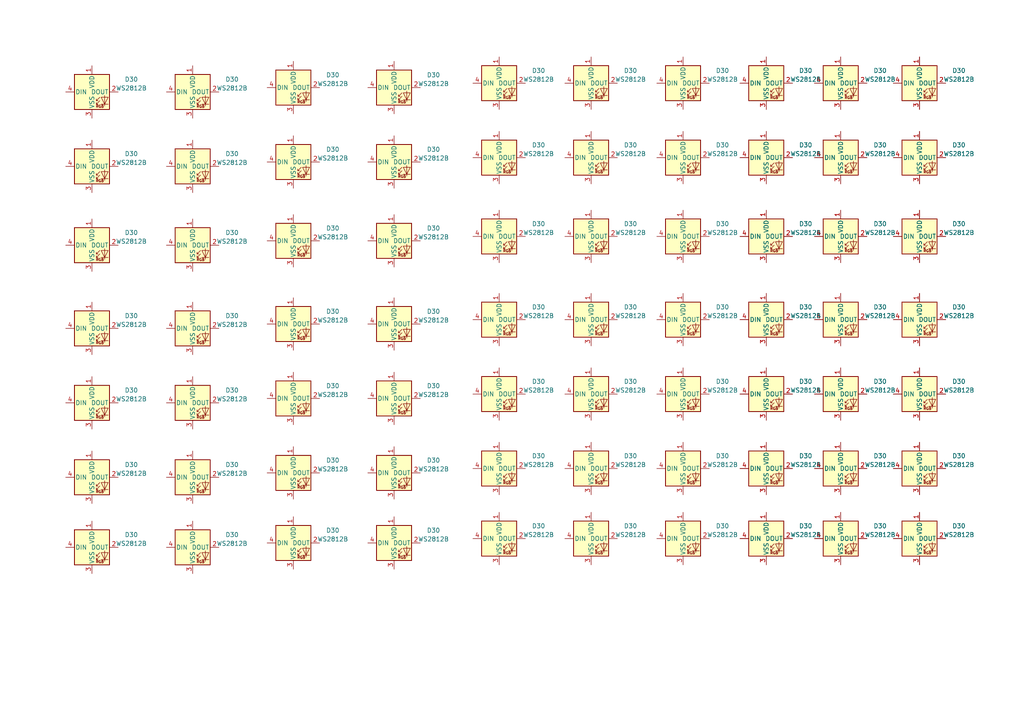
<source format=kicad_sch>
(kicad_sch (version 20230121) (generator eeschema)
  (paper "A4")
  (lib_symbols
    (symbol "LED:WS2812B" (pin_names (offset 0.254))
      (property "Reference" "D" (at 5.08 5.715 0))
      (property "Value" "WS2812B" (at 1.27 -5.715 0))
      (symbol "WS2812B_0_0"
        (text "RGB" (at 2.286 -4.191 0) (effects (font (size 0.762 0.762))))
      )
      (symbol "WS2812B_0_1"
        (polyline (pts (xy 1.27 -3.556) (xy 1.778 -3.556)))
        (polyline (pts (xy 1.27 -2.54) (xy 1.778 -2.54)))
        (polyline (pts (xy 4.699 -3.556) (xy 2.667 -3.556)))
        (polyline (pts (xy 2.286 -2.54) (xy 1.27 -3.556) (xy 1.27 -3.048)))
        (polyline (pts (xy 2.286 -1.524) (xy 1.27 -2.54) (xy 1.27 -2.032)))
        (polyline (pts (xy 3.683 -1.016) (xy 3.683 -3.556) (xy 3.683 -4.064)))
        (polyline (pts (xy 4.699 -1.524) (xy 2.667 -1.524) (xy 3.683 -3.556) (xy 4.699 -1.524)))
        (rectangle (start 5.08 5.08) (end -5.08 -5.08) (stroke (width 0.254)) (fill (type background)))
      )
      (symbol "WS2812B_1_1"
        (pin power_in line (at 0 7.62 270) (length 2.54) (name "VDD") (number "1"))
        (pin output line (at 7.62 0 180) (length 2.54) (name "DOUT") (number "2"))
        (pin power_in line (at 0 -7.62 90) (length 2.54) (name "VSS") (number "3"))
        (pin input line (at -7.62 0 0) (length 2.54) (name "DIN") (number "4"))
      )
    )
  )
  (symbol (lib_id "LED:WS2812B") (at 114.3 137.16 0) (unit 1)
    (property "Reference" "D30" (at 125.73 133.5121 0))
    (property "Value" "WS2812B" (at 125.73 136.0521 0))
    (property "Footprint" "LED_SMD:LED_WS2812B_PLCC4_5.0x5.0mm_P3.2mm" (effects hide))
    (property "Datasheet" "https://cdn-shop.adafruit.com/datasheets/WS2812B.pdf" (effects hide))
    (instances (project "DevBoard" (path "" (reference "D30") (unit 1)) (path "" (reference "D54") (unit 1)) (path "" (reference "D97") (unit 1)) (path "" (reference "D167") (unit 1)) (path "" (reference "D237") (unit 1))))
  )
  (symbol (lib_id "LED:WS2812B") (at 198.12 92.71 0) (unit 1)
    (property "Reference" "D30" (at 209.55 89.0621 0))
    (property "Value" "WS2812B" (at 209.55 91.6021 0))
    (property "Footprint" "LED_SMD:LED_WS2812B_PLCC4_5.0x5.0mm_P3.2mm" (effects hide))
    (property "Datasheet" "https://cdn-shop.adafruit.com/datasheets/WS2812B.pdf" (effects hide))
    (instances (project "DevBoard" (path "" (reference "D30") (unit 1)) (path "" (reference "D37") (unit 1)) (path "" (reference "D116") (unit 1)) (path "" (reference "D186") (unit 1)) (path "" (reference "D256") (unit 1))))
  )
  (symbol (lib_id "LED:WS2812B") (at 85.09 137.16 0) (unit 1)
    (property "Reference" "D30" (at 96.52 133.5121 0))
    (property "Value" "WS2812B" (at 96.52 136.0521 0))
    (property "Footprint" "LED_SMD:LED_WS2812B_PLCC4_5.0x5.0mm_P3.2mm" (effects hide))
    (property "Datasheet" "https://cdn-shop.adafruit.com/datasheets/WS2812B.pdf" (effects hide))
    (instances (project "DevBoard" (path "" (reference "D30") (unit 1)) (path "" (reference "D53") (unit 1)) (path "" (reference "D90") (unit 1)) (path "" (reference "D160") (unit 1)) (path "" (reference "D230") (unit 1))))
  )
  (symbol (lib_id "LED:WS2812B") (at 55.88 26.67 0) (unit 1)
    (property "Reference" "D30" (at 67.31 23.0221 0))
    (property "Value" "WS2812B" (at 67.31 25.5621 0))
    (property "Footprint" "LED_SMD:LED_WS2812B_PLCC4_5.0x5.0mm_P3.2mm" (effects hide))
    (property "Datasheet" "https://cdn-shop.adafruit.com/datasheets/WS2812B.pdf" (effects hide))
    (instances (project "DevBoard" (path "" (reference "D30") (unit 1)) (path "" (reference "D2") (unit 1)) (path "" (reference "D78") (unit 1)) (path "" (reference "D148") (unit 1)) (path "" (reference "D218") (unit 1))))
  )
  (symbol (lib_id "LED:WS2812B") (at 85.09 25.4 0) (unit 1)
    (property "Reference" "D30" (at 96.52 21.7521 0))
    (property "Value" "WS2812B" (at 96.52 24.2921 0))
    (property "Footprint" "LED_SMD:LED_WS2812B_PLCC4_5.0x5.0mm_P3.2mm" (effects hide))
    (property "Datasheet" "https://cdn-shop.adafruit.com/datasheets/WS2812B.pdf" (effects hide))
    (instances (project "DevBoard" (path "" (reference "D30") (unit 1)) (path "" (reference "D3") (unit 1)) (path "" (reference "D85") (unit 1)) (path "" (reference "D155") (unit 1)) (path "" (reference "D225") (unit 1))))
  )
  (symbol (lib_id "LED:WS2812B") (at 266.7 135.89 0) (unit 1)
    (property "Reference" "D30" (at 278.13 132.2421 0))
    (property "Value" "WS2812B" (at 278.13 134.7821 0))
    (property "Footprint" "LED_SMD:LED_WS2812B_PLCC4_5.0x5.0mm_P3.2mm" (effects hide))
    (property "Datasheet" "https://cdn-shop.adafruit.com/datasheets/WS2812B.pdf" (effects hide))
    (instances (project "DevBoard" (path "" (reference "D30") (unit 1)) (path "" (reference "D60") (unit 1)) (path "" (reference "D139") (unit 1)) (path "" (reference "D209") (unit 1)) (path "" (reference "D279") (unit 1))))
  )
  (symbol (lib_id "LED:WS2812B") (at 198.12 24.13 0) (unit 1)
    (property "Reference" "D30" (at 209.55 20.4821 0))
    (property "Value" "WS2812B" (at 209.55 23.0221 0))
    (property "Footprint" "LED_SMD:LED_WS2812B_PLCC4_5.0x5.0mm_P3.2mm" (effects hide))
    (property "Datasheet" "https://cdn-shop.adafruit.com/datasheets/WS2812B.pdf" (effects hide))
    (instances (project "DevBoard" (path "" (reference "D30") (unit 1)) (path "" (reference "D7") (unit 1)) (path "" (reference "D113") (unit 1)) (path "" (reference "D183") (unit 1)) (path "" (reference "D253") (unit 1))))
  )
  (symbol (lib_id "LED:WS2812B") (at 114.3 69.85 0) (unit 1)
    (property "Reference" "D30" (at 125.73 66.2021 0))
    (property "Value" "WS2812B" (at 125.73 68.7421 0))
    (property "Footprint" "LED_SMD:LED_WS2812B_PLCC4_5.0x5.0mm_P3.2mm" (effects hide))
    (property "Datasheet" "https://cdn-shop.adafruit.com/datasheets/WS2812B.pdf" (effects hide))
    (instances (project "DevBoard" (path "" (reference "D30") (unit 1)) (path "" (reference "D24") (unit 1)) (path "" (reference "D94") (unit 1)) (path "" (reference "D164") (unit 1)) (path "" (reference "D234") (unit 1))))
  )
  (symbol (lib_id "LED:WS2812B") (at 55.88 158.75 0) (unit 1)
    (property "Reference" "D30" (at 67.31 155.1021 0))
    (property "Value" "WS2812B" (at 67.31 157.6421 0))
    (property "Footprint" "LED_SMD:LED_WS2812B_PLCC4_5.0x5.0mm_P3.2mm" (effects hide))
    (property "Datasheet" "https://cdn-shop.adafruit.com/datasheets/WS2812B.pdf" (effects hide))
    (instances (project "DevBoard" (path "" (reference "D30") (unit 1)) (path "" (reference "D62") (unit 1)) (path "" (reference "D84") (unit 1)) (path "" (reference "D154") (unit 1)) (path "" (reference "D224") (unit 1))))
  )
  (symbol (lib_id "LED:WS2812B") (at 171.45 92.71 0) (unit 1)
    (property "Reference" "D30" (at 182.88 89.0621 0))
    (property "Value" "WS2812B" (at 182.88 91.6021 0))
    (property "Footprint" "LED_SMD:LED_WS2812B_PLCC4_5.0x5.0mm_P3.2mm" (effects hide))
    (property "Datasheet" "https://cdn-shop.adafruit.com/datasheets/WS2812B.pdf" (effects hide))
    (instances (project "DevBoard" (path "" (reference "D30") (unit 1)) (path "" (reference "D36") (unit 1)) (path "" (reference "D109") (unit 1)) (path "" (reference "D179") (unit 1)) (path "" (reference "D249") (unit 1))))
  )
  (symbol (lib_id "LED:WS2812B") (at 144.78 114.3 0) (unit 1)
    (property "Reference" "D30" (at 156.21 110.6521 0))
    (property "Value" "WS2812B" (at 156.21 113.1921 0))
    (property "Footprint" "LED_SMD:LED_WS2812B_PLCC4_5.0x5.0mm_P3.2mm" (effects hide))
    (property "Datasheet" "https://cdn-shop.adafruit.com/datasheets/WS2812B.pdf" (effects hide))
    (instances (project "DevBoard" (path "" (reference "D30") (unit 1)) (path "" (reference "D45") (unit 1)) (path "" (reference "D103") (unit 1)) (path "" (reference "D173") (unit 1)) (path "" (reference "D243") (unit 1))))
  )
  (symbol (lib_id "LED:WS2812B") (at 243.84 24.13 0) (unit 1)
    (property "Reference" "D30" (at 255.27 20.4821 0))
    (property "Value" "WS2812B" (at 255.27 23.0221 0))
    (property "Footprint" "LED_SMD:LED_WS2812B_PLCC4_5.0x5.0mm_P3.2mm" (effects hide))
    (property "Datasheet" "https://cdn-shop.adafruit.com/datasheets/WS2812B.pdf" (effects hide))
    (instances (project "DevBoard" (path "" (reference "D30") (unit 1)) (path "" (reference "D9") (unit 1)) (path "" (reference "D127") (unit 1)) (path "" (reference "D197") (unit 1)) (path "" (reference "D267") (unit 1))))
  )
  (symbol (lib_id "LED:WS2812B") (at 144.78 68.58 0) (unit 1)
    (property "Reference" "D30" (at 156.21 64.9321 0))
    (property "Value" "WS2812B" (at 156.21 67.4721 0))
    (property "Footprint" "LED_SMD:LED_WS2812B_PLCC4_5.0x5.0mm_P3.2mm" (effects hide))
    (property "Datasheet" "https://cdn-shop.adafruit.com/datasheets/WS2812B.pdf" (effects hide))
    (instances (project "DevBoard" (path "" (reference "D30") (unit 1)) (path "" (reference "D25") (unit 1)) (path "" (reference "D101") (unit 1)) (path "" (reference "D171") (unit 1)) (path "" (reference "D241") (unit 1))))
  )
  (symbol (lib_id "LED:WS2812B") (at 85.09 93.98 0) (unit 1)
    (property "Reference" "D30" (at 96.52 90.3321 0))
    (property "Value" "WS2812B" (at 96.52 92.8721 0))
    (property "Footprint" "LED_SMD:LED_WS2812B_PLCC4_5.0x5.0mm_P3.2mm" (effects hide))
    (property "Datasheet" "https://cdn-shop.adafruit.com/datasheets/WS2812B.pdf" (effects hide))
    (instances (project "DevBoard" (path "" (reference "D30") (unit 1)) (path "" (reference "D33") (unit 1)) (path "" (reference "D88") (unit 1)) (path "" (reference "D158") (unit 1)) (path "" (reference "D228") (unit 1))))
  )
  (symbol (lib_id "LED:WS2812B") (at 171.45 114.3 0) (unit 1)
    (property "Reference" "D30" (at 182.88 110.6521 0))
    (property "Value" "WS2812B" (at 182.88 113.1921 0))
    (property "Footprint" "LED_SMD:LED_WS2812B_PLCC4_5.0x5.0mm_P3.2mm" (effects hide))
    (property "Datasheet" "https://cdn-shop.adafruit.com/datasheets/WS2812B.pdf" (effects hide))
    (instances (project "DevBoard" (path "" (reference "D30") (unit 1)) (path "" (reference "D46") (unit 1)) (path "" (reference "D110") (unit 1)) (path "" (reference "D180") (unit 1)) (path "" (reference "D250") (unit 1))))
  )
  (symbol (lib_id "LED:WS2812B") (at 243.84 68.58 0) (unit 1)
    (property "Reference" "D30" (at 255.27 64.9321 0))
    (property "Value" "WS2812B" (at 255.27 67.4721 0))
    (property "Footprint" "LED_SMD:LED_WS2812B_PLCC4_5.0x5.0mm_P3.2mm" (effects hide))
    (property "Datasheet" "https://cdn-shop.adafruit.com/datasheets/WS2812B.pdf" (effects hide))
    (instances (project "DevBoard" (path "" (reference "D30") (unit 1)) (path "" (reference "D29") (unit 1)) (path "" (reference "D129") (unit 1)) (path "" (reference "D199") (unit 1)) (path "" (reference "D269") (unit 1))))
  )
  (symbol (lib_id "LED:WS2812B") (at 222.25 135.89 0) (unit 1)
    (property "Reference" "D30" (at 233.68 132.2421 0))
    (property "Value" "WS2812B" (at 233.68 134.7821 0))
    (property "Footprint" "LED_SMD:LED_WS2812B_PLCC4_5.0x5.0mm_P3.2mm" (effects hide))
    (property "Datasheet" "https://cdn-shop.adafruit.com/datasheets/WS2812B.pdf" (effects hide))
    (instances (project "DevBoard" (path "" (reference "D30") (unit 1)) (path "" (reference "D58") (unit 1)) (path "" (reference "D125") (unit 1)) (path "" (reference "D195") (unit 1)) (path "" (reference "D265") (unit 1))))
  )
  (symbol (lib_id "LED:WS2812B") (at 26.67 138.43 0) (unit 1)
    (property "Reference" "D30" (at 38.1 134.7821 0))
    (property "Value" "WS2812B" (at 38.1 137.3221 0))
    (property "Footprint" "LED_SMD:LED_WS2812B_PLCC4_5.0x5.0mm_P3.2mm" (effects hide))
    (property "Datasheet" "https://cdn-shop.adafruit.com/datasheets/WS2812B.pdf" (effects hide))
    (instances (project "DevBoard" (path "" (reference "D30") (unit 1)) (path "" (reference "D51") (unit 1)) (path "" (reference "D76") (unit 1)) (path "" (reference "D146") (unit 1)) (path "" (reference "D216") (unit 1))))
  )
  (symbol (lib_id "LED:WS2812B") (at 243.84 135.89 0) (unit 1)
    (property "Reference" "D30" (at 255.27 132.2421 0))
    (property "Value" "WS2812B" (at 255.27 134.7821 0))
    (property "Footprint" "LED_SMD:LED_WS2812B_PLCC4_5.0x5.0mm_P3.2mm" (effects hide))
    (property "Datasheet" "https://cdn-shop.adafruit.com/datasheets/WS2812B.pdf" (effects hide))
    (instances (project "DevBoard" (path "" (reference "D30") (unit 1)) (path "" (reference "D59") (unit 1)) (path "" (reference "D132") (unit 1)) (path "" (reference "D202") (unit 1)) (path "" (reference "D272") (unit 1))))
  )
  (symbol (lib_id "LED:WS2812B") (at 55.88 116.84 0) (unit 1)
    (property "Reference" "D30" (at 67.31 113.1921 0))
    (property "Value" "WS2812B" (at 67.31 115.7321 0))
    (property "Footprint" "LED_SMD:LED_WS2812B_PLCC4_5.0x5.0mm_P3.2mm" (effects hide))
    (property "Datasheet" "https://cdn-shop.adafruit.com/datasheets/WS2812B.pdf" (effects hide))
    (instances (project "DevBoard" (path "" (reference "D30") (unit 1)) (path "" (reference "D42") (unit 1)) (path "" (reference "D82") (unit 1)) (path "" (reference "D152") (unit 1)) (path "" (reference "D222") (unit 1))))
  )
  (symbol (lib_id "LED:WS2812B") (at 198.12 45.72 0) (unit 1)
    (property "Reference" "D30" (at 209.55 42.0721 0))
    (property "Value" "WS2812B" (at 209.55 44.6121 0))
    (property "Footprint" "LED_SMD:LED_WS2812B_PLCC4_5.0x5.0mm_P3.2mm" (effects hide))
    (property "Datasheet" "https://cdn-shop.adafruit.com/datasheets/WS2812B.pdf" (effects hide))
    (instances (project "DevBoard" (path "" (reference "D30") (unit 1)) (path "" (reference "D17") (unit 1)) (path "" (reference "D114") (unit 1)) (path "" (reference "D184") (unit 1)) (path "" (reference "D254") (unit 1))))
  )
  (symbol (lib_id "LED:WS2812B") (at 243.84 45.72 0) (unit 1)
    (property "Reference" "D30" (at 255.27 42.0721 0))
    (property "Value" "WS2812B" (at 255.27 44.6121 0))
    (property "Footprint" "LED_SMD:LED_WS2812B_PLCC4_5.0x5.0mm_P3.2mm" (effects hide))
    (property "Datasheet" "https://cdn-shop.adafruit.com/datasheets/WS2812B.pdf" (effects hide))
    (instances (project "DevBoard" (path "" (reference "D30") (unit 1)) (path "" (reference "D19") (unit 1)) (path "" (reference "D128") (unit 1)) (path "" (reference "D198") (unit 1)) (path "" (reference "D268") (unit 1))))
  )
  (symbol (lib_id "LED:WS2812B") (at 171.45 135.89 0) (unit 1)
    (property "Reference" "D30" (at 182.88 132.2421 0))
    (property "Value" "WS2812B" (at 182.88 134.7821 0))
    (property "Footprint" "LED_SMD:LED_WS2812B_PLCC4_5.0x5.0mm_P3.2mm" (effects hide))
    (property "Datasheet" "https://cdn-shop.adafruit.com/datasheets/WS2812B.pdf" (effects hide))
    (instances (project "DevBoard" (path "" (reference "D30") (unit 1)) (path "" (reference "D56") (unit 1)) (path "" (reference "D111") (unit 1)) (path "" (reference "D181") (unit 1)) (path "" (reference "D251") (unit 1))))
  )
  (symbol (lib_id "LED:WS2812B") (at 144.78 24.13 0) (unit 1)
    (property "Reference" "D30" (at 156.21 20.4821 0))
    (property "Value" "WS2812B" (at 156.21 23.0221 0))
    (property "Footprint" "LED_SMD:LED_WS2812B_PLCC4_5.0x5.0mm_P3.2mm" (effects hide))
    (property "Datasheet" "https://cdn-shop.adafruit.com/datasheets/WS2812B.pdf" (effects hide))
    (instances (project "DevBoard" (path "" (reference "D30") (unit 1)) (path "" (reference "D5") (unit 1)) (path "" (reference "D99") (unit 1)) (path "" (reference "D169") (unit 1)) (path "" (reference "D239") (unit 1))))
  )
  (symbol (lib_id "LED:WS2812B") (at 85.09 115.57 0) (unit 1)
    (property "Reference" "D30" (at 96.52 111.9221 0))
    (property "Value" "WS2812B" (at 96.52 114.4621 0))
    (property "Footprint" "LED_SMD:LED_WS2812B_PLCC4_5.0x5.0mm_P3.2mm" (effects hide))
    (property "Datasheet" "https://cdn-shop.adafruit.com/datasheets/WS2812B.pdf" (effects hide))
    (instances (project "DevBoard" (path "" (reference "D30") (unit 1)) (path "" (reference "D43") (unit 1)) (path "" (reference "D89") (unit 1)) (path "" (reference "D159") (unit 1)) (path "" (reference "D229") (unit 1))))
  )
  (symbol (lib_id "LED:WS2812B") (at 114.3 93.98 0) (unit 1)
    (property "Reference" "D30" (at 125.73 90.3321 0))
    (property "Value" "WS2812B" (at 125.73 92.8721 0))
    (property "Footprint" "LED_SMD:LED_WS2812B_PLCC4_5.0x5.0mm_P3.2mm" (effects hide))
    (property "Datasheet" "https://cdn-shop.adafruit.com/datasheets/WS2812B.pdf" (effects hide))
    (instances (project "DevBoard" (path "" (reference "D30") (unit 1)) (path "" (reference "D34") (unit 1)) (path "" (reference "D95") (unit 1)) (path "" (reference "D165") (unit 1)) (path "" (reference "D235") (unit 1))))
  )
  (symbol (lib_id "LED:WS2812B") (at 55.88 138.43 0) (unit 1)
    (property "Reference" "D30" (at 67.31 134.7821 0))
    (property "Value" "WS2812B" (at 67.31 137.3221 0))
    (property "Footprint" "LED_SMD:LED_WS2812B_PLCC4_5.0x5.0mm_P3.2mm" (effects hide))
    (property "Datasheet" "https://cdn-shop.adafruit.com/datasheets/WS2812B.pdf" (effects hide))
    (instances (project "DevBoard" (path "" (reference "D30") (unit 1)) (path "" (reference "D52") (unit 1)) (path "" (reference "D83") (unit 1)) (path "" (reference "D153") (unit 1)) (path "" (reference "D223") (unit 1))))
  )
  (symbol (lib_id "LED:WS2812B") (at 171.45 68.58 0) (unit 1)
    (property "Reference" "D30" (at 182.88 64.9321 0))
    (property "Value" "WS2812B" (at 182.88 67.4721 0))
    (property "Footprint" "LED_SMD:LED_WS2812B_PLCC4_5.0x5.0mm_P3.2mm" (effects hide))
    (property "Datasheet" "https://cdn-shop.adafruit.com/datasheets/WS2812B.pdf" (effects hide))
    (instances (project "DevBoard" (path "" (reference "D30") (unit 1)) (path "" (reference "D26") (unit 1)) (path "" (reference "D108") (unit 1)) (path "" (reference "D178") (unit 1)) (path "" (reference "D248") (unit 1))))
  )
  (symbol (lib_id "LED:WS2812B") (at 222.25 68.58 0) (unit 1)
    (property "Reference" "D30" (at 233.68 64.9321 0))
    (property "Value" "WS2812B" (at 233.68 67.4721 0))
    (property "Footprint" "LED_SMD:LED_WS2812B_PLCC4_5.0x5.0mm_P3.2mm" (effects hide))
    (property "Datasheet" "https://cdn-shop.adafruit.com/datasheets/WS2812B.pdf" (effects hide))
    (instances (project "DevBoard" (path "" (reference "D30") (unit 1)) (path "" (reference "D28") (unit 1)) (path "" (reference "D122") (unit 1)) (path "" (reference "D192") (unit 1)) (path "" (reference "D262") (unit 1))))
  )
  (symbol (lib_id "LED:WS2812B") (at 198.12 114.3 0) (unit 1)
    (property "Reference" "D30" (at 209.55 110.6521 0))
    (property "Value" "WS2812B" (at 209.55 113.1921 0))
    (property "Footprint" "LED_SMD:LED_WS2812B_PLCC4_5.0x5.0mm_P3.2mm" (effects hide))
    (property "Datasheet" "https://cdn-shop.adafruit.com/datasheets/WS2812B.pdf" (effects hide))
    (instances (project "DevBoard" (path "" (reference "D30") (unit 1)) (path "" (reference "D47") (unit 1)) (path "" (reference "D117") (unit 1)) (path "" (reference "D187") (unit 1)) (path "" (reference "D257") (unit 1))))
  )
  (symbol (lib_id "LED:WS2812B") (at 85.09 46.99 0) (unit 1)
    (property "Reference" "D30" (at 96.52 43.3421 0))
    (property "Value" "WS2812B" (at 96.52 45.8821 0))
    (property "Footprint" "LED_SMD:LED_WS2812B_PLCC4_5.0x5.0mm_P3.2mm" (effects hide))
    (property "Datasheet" "https://cdn-shop.adafruit.com/datasheets/WS2812B.pdf" (effects hide))
    (instances (project "DevBoard" (path "" (reference "D30") (unit 1)) (path "" (reference "D13") (unit 1)) (path "" (reference "D86") (unit 1)) (path "" (reference "D156") (unit 1)) (path "" (reference "D226") (unit 1))))
  )
  (symbol (lib_id "LED:WS2812B") (at 85.09 69.85 0) (unit 1)
    (property "Reference" "D30" (at 96.52 66.2021 0))
    (property "Value" "WS2812B" (at 96.52 68.7421 0))
    (property "Footprint" "LED_SMD:LED_WS2812B_PLCC4_5.0x5.0mm_P3.2mm" (effects hide))
    (property "Datasheet" "https://cdn-shop.adafruit.com/datasheets/WS2812B.pdf" (effects hide))
    (instances (project "DevBoard" (path "" (reference "D30") (unit 1)) (path "" (reference "D23") (unit 1)) (path "" (reference "D87") (unit 1)) (path "" (reference "D157") (unit 1)) (path "" (reference "D227") (unit 1))))
  )
  (symbol (lib_id "LED:WS2812B") (at 222.25 114.3 0) (unit 1)
    (property "Reference" "D30" (at 233.68 110.6521 0))
    (property "Value" "WS2812B" (at 233.68 113.1921 0))
    (property "Footprint" "LED_SMD:LED_WS2812B_PLCC4_5.0x5.0mm_P3.2mm" (effects hide))
    (property "Datasheet" "https://cdn-shop.adafruit.com/datasheets/WS2812B.pdf" (effects hide))
    (instances (project "DevBoard" (path "" (reference "D30") (unit 1)) (path "" (reference "D48") (unit 1)) (path "" (reference "D124") (unit 1)) (path "" (reference "D194") (unit 1)) (path "" (reference "D264") (unit 1))))
  )
  (symbol (lib_id "LED:WS2812B") (at 266.7 114.3 0) (unit 1)
    (property "Reference" "D30" (at 278.13 110.6521 0))
    (property "Value" "WS2812B" (at 278.13 113.1921 0))
    (property "Footprint" "LED_SMD:LED_WS2812B_PLCC4_5.0x5.0mm_P3.2mm" (effects hide))
    (property "Datasheet" "https://cdn-shop.adafruit.com/datasheets/WS2812B.pdf" (effects hide))
    (instances (project "DevBoard" (path "" (reference "D30") (unit 1)) (path "" (reference "D50") (unit 1)) (path "" (reference "D138") (unit 1)) (path "" (reference "D208") (unit 1)) (path "" (reference "D278") (unit 1))))
  )
  (symbol (lib_id "LED:WS2812B") (at 222.25 156.21 0) (unit 1)
    (property "Reference" "D30" (at 233.68 152.5621 0))
    (property "Value" "WS2812B" (at 233.68 155.1021 0))
    (property "Footprint" "LED_SMD:LED_WS2812B_PLCC4_5.0x5.0mm_P3.2mm" (effects hide))
    (property "Datasheet" "https://cdn-shop.adafruit.com/datasheets/WS2812B.pdf" (effects hide))
    (instances (project "DevBoard" (path "" (reference "D30") (unit 1)) (path "" (reference "D68") (unit 1)) (path "" (reference "D126") (unit 1)) (path "" (reference "D196") (unit 1)) (path "" (reference "D266") (unit 1))))
  )
  (symbol (lib_id "LED:WS2812B") (at 222.25 24.13 0) (unit 1)
    (property "Reference" "D30" (at 233.68 20.4821 0))
    (property "Value" "WS2812B" (at 233.68 23.0221 0))
    (property "Footprint" "LED_SMD:LED_WS2812B_PLCC4_5.0x5.0mm_P3.2mm" (effects hide))
    (property "Datasheet" "https://cdn-shop.adafruit.com/datasheets/WS2812B.pdf" (effects hide))
    (instances (project "DevBoard" (path "" (reference "D30") (unit 1)) (path "" (reference "D8") (unit 1)) (path "" (reference "D120") (unit 1)) (path "" (reference "D190") (unit 1)) (path "" (reference "D260") (unit 1))))
  )
  (symbol (lib_id "LED:WS2812B") (at 114.3 46.99 0) (unit 1)
    (property "Reference" "D30" (at 125.73 43.3421 0))
    (property "Value" "WS2812B" (at 125.73 45.8821 0))
    (property "Footprint" "LED_SMD:LED_WS2812B_PLCC4_5.0x5.0mm_P3.2mm" (effects hide))
    (property "Datasheet" "https://cdn-shop.adafruit.com/datasheets/WS2812B.pdf" (effects hide))
    (instances (project "DevBoard" (path "" (reference "D30") (unit 1)) (path "" (reference "D14") (unit 1)) (path "" (reference "D93") (unit 1)) (path "" (reference "D163") (unit 1)) (path "" (reference "D233") (unit 1))))
  )
  (symbol (lib_id "LED:WS2812B") (at 26.67 71.12 0) (unit 1)
    (property "Reference" "D30" (at 38.1 67.4721 0))
    (property "Value" "WS2812B" (at 38.1 70.0121 0))
    (property "Footprint" "LED_SMD:LED_WS2812B_PLCC4_5.0x5.0mm_P3.2mm" (effects hide))
    (property "Datasheet" "https://cdn-shop.adafruit.com/datasheets/WS2812B.pdf" (effects hide))
    (instances (project "DevBoard" (path "" (reference "D30") (unit 1)) (path "" (reference "D21") (unit 1)) (path "" (reference "D73") (unit 1)) (path "" (reference "D143") (unit 1)) (path "" (reference "D213") (unit 1))))
  )
  (symbol (lib_id "LED:WS2812B") (at 266.7 24.13 0) (unit 1)
    (property "Reference" "D30" (at 278.13 20.4821 0))
    (property "Value" "WS2812B" (at 278.13 23.0221 0))
    (property "Footprint" "LED_SMD:LED_WS2812B_PLCC4_5.0x5.0mm_P3.2mm" (effects hide))
    (property "Datasheet" "https://cdn-shop.adafruit.com/datasheets/WS2812B.pdf" (effects hide))
    (instances (project "DevBoard" (path "" (reference "D30") (unit 1)) (path "" (reference "D10") (unit 1)) (path "" (reference "D134") (unit 1)) (path "" (reference "D204") (unit 1)) (path "" (reference "D274") (unit 1))))
  )
  (symbol (lib_id "LED:WS2812B") (at 85.09 157.48 0) (unit 1)
    (property "Reference" "D30" (at 96.52 153.8321 0))
    (property "Value" "WS2812B" (at 96.52 156.3721 0))
    (property "Footprint" "LED_SMD:LED_WS2812B_PLCC4_5.0x5.0mm_P3.2mm" (effects hide))
    (property "Datasheet" "https://cdn-shop.adafruit.com/datasheets/WS2812B.pdf" (effects hide))
    (instances (project "DevBoard" (path "" (reference "D30") (unit 1)) (path "" (reference "D63") (unit 1)) (path "" (reference "D91") (unit 1)) (path "" (reference "D161") (unit 1)) (path "" (reference "D231") (unit 1))))
  )
  (symbol (lib_id "LED:WS2812B") (at 55.88 95.25 0) (unit 1)
    (property "Reference" "D30" (at 67.31 91.6021 0))
    (property "Value" "WS2812B" (at 67.31 94.1421 0))
    (property "Footprint" "LED_SMD:LED_WS2812B_PLCC4_5.0x5.0mm_P3.2mm" (effects hide))
    (property "Datasheet" "https://cdn-shop.adafruit.com/datasheets/WS2812B.pdf" (effects hide))
    (instances (project "DevBoard" (path "" (reference "D30") (unit 1)) (path "" (reference "D32") (unit 1)) (path "" (reference "D81") (unit 1)) (path "" (reference "D151") (unit 1)) (path "" (reference "D221") (unit 1))))
  )
  (symbol (lib_id "LED:WS2812B") (at 114.3 115.57 0) (unit 1)
    (property "Reference" "D30" (at 125.73 111.9221 0))
    (property "Value" "WS2812B" (at 125.73 114.4621 0))
    (property "Footprint" "LED_SMD:LED_WS2812B_PLCC4_5.0x5.0mm_P3.2mm" (effects hide))
    (property "Datasheet" "https://cdn-shop.adafruit.com/datasheets/WS2812B.pdf" (effects hide))
    (instances (project "DevBoard" (path "" (reference "D30") (unit 1)) (path "" (reference "D44") (unit 1)) (path "" (reference "D96") (unit 1)) (path "" (reference "D166") (unit 1)) (path "" (reference "D236") (unit 1))))
  )
  (symbol (lib_id "LED:WS2812B") (at 26.67 48.26 0) (unit 1)
    (property "Reference" "D30" (at 38.1 44.6121 0))
    (property "Value" "WS2812B" (at 38.1 47.1521 0))
    (property "Footprint" "LED_SMD:LED_WS2812B_PLCC4_5.0x5.0mm_P3.2mm" (effects hide))
    (property "Datasheet" "https://cdn-shop.adafruit.com/datasheets/WS2812B.pdf" (effects hide))
    (instances (project "DevBoard" (path "" (reference "D30") (unit 1)) (path "" (reference "D11") (unit 1)) (path "" (reference "D72") (unit 1)) (path "" (reference "D142") (unit 1)) (path "" (reference "D212") (unit 1))))
  )
  (symbol (lib_id "LED:WS2812B") (at 171.45 45.72 0) (unit 1)
    (property "Reference" "D30" (at 182.88 42.0721 0))
    (property "Value" "WS2812B" (at 182.88 44.6121 0))
    (property "Footprint" "LED_SMD:LED_WS2812B_PLCC4_5.0x5.0mm_P3.2mm" (effects hide))
    (property "Datasheet" "https://cdn-shop.adafruit.com/datasheets/WS2812B.pdf" (effects hide))
    (instances (project "DevBoard" (path "" (reference "D30") (unit 1)) (path "" (reference "D16") (unit 1)) (path "" (reference "D107") (unit 1)) (path "" (reference "D177") (unit 1)) (path "" (reference "D247") (unit 1))))
  )
  (symbol (lib_id "LED:WS2812B") (at 144.78 45.72 0) (unit 1)
    (property "Reference" "D30" (at 156.21 42.0721 0))
    (property "Value" "WS2812B" (at 156.21 44.6121 0))
    (property "Footprint" "LED_SMD:LED_WS2812B_PLCC4_5.0x5.0mm_P3.2mm" (effects hide))
    (property "Datasheet" "https://cdn-shop.adafruit.com/datasheets/WS2812B.pdf" (effects hide))
    (instances (project "DevBoard" (path "" (reference "D30") (unit 1)) (path "" (reference "D15") (unit 1)) (path "" (reference "D100") (unit 1)) (path "" (reference "D170") (unit 1)) (path "" (reference "D240") (unit 1))))
  )
  (symbol (lib_id "LED:WS2812B") (at 198.12 68.58 0) (unit 1)
    (property "Reference" "D30" (at 209.55 64.9321 0))
    (property "Value" "WS2812B" (at 209.55 67.4721 0))
    (property "Footprint" "LED_SMD:LED_WS2812B_PLCC4_5.0x5.0mm_P3.2mm" (effects hide))
    (property "Datasheet" "https://cdn-shop.adafruit.com/datasheets/WS2812B.pdf" (effects hide))
    (instances (project "DevBoard" (path "" (reference "D30") (unit 1)) (path "" (reference "D27") (unit 1)) (path "" (reference "D115") (unit 1)) (path "" (reference "D185") (unit 1)) (path "" (reference "D255") (unit 1))))
  )
  (symbol (lib_id "LED:WS2812B") (at 171.45 24.13 0) (unit 1)
    (property "Reference" "D30" (at 182.88 20.4821 0))
    (property "Value" "WS2812B" (at 182.88 23.0221 0))
    (property "Footprint" "LED_SMD:LED_WS2812B_PLCC4_5.0x5.0mm_P3.2mm" (effects hide))
    (property "Datasheet" "https://cdn-shop.adafruit.com/datasheets/WS2812B.pdf" (effects hide))
    (instances (project "DevBoard" (path "" (reference "D30") (unit 1)) (path "" (reference "D6") (unit 1)) (path "" (reference "D106") (unit 1)) (path "" (reference "D176") (unit 1)) (path "" (reference "D246") (unit 1))))
  )
  (symbol (lib_id "LED:WS2812B") (at 26.67 26.67 0) (unit 1)
    (property "Reference" "D30" (at 38.1 23.0221 0))
    (property "Value" "WS2812B" (at 38.1 25.5621 0))
    (property "Footprint" "LED_SMD:LED_WS2812B_PLCC4_5.0x5.0mm_P3.2mm" (effects hide))
    (property "Datasheet" "https://cdn-shop.adafruit.com/datasheets/WS2812B.pdf" (effects hide))
    (instances (project "DevBoard" (path "" (reference "D30") (unit 1)) (path "" (reference "D1") (unit 1)) (path "" (reference "D71") (unit 1)) (path "" (reference "D141") (unit 1)) (path "" (reference "D211") (unit 1))))
  )
  (symbol (lib_id "LED:WS2812B") (at 222.25 92.71 0) (unit 1)
    (property "Reference" "D30" (at 233.68 89.0621 0))
    (property "Value" "WS2812B" (at 233.68 91.6021 0))
    (property "Footprint" "LED_SMD:LED_WS2812B_PLCC4_5.0x5.0mm_P3.2mm" (effects hide))
    (property "Datasheet" "https://cdn-shop.adafruit.com/datasheets/WS2812B.pdf" (effects hide))
    (instances (project "DevBoard" (path "" (reference "D30") (unit 1)) (path "" (reference "D38") (unit 1)) (path "" (reference "D123") (unit 1)) (path "" (reference "D193") (unit 1)) (path "" (reference "D263") (unit 1))))
  )
  (symbol (lib_id "LED:WS2812B") (at 26.67 158.75 0) (unit 1)
    (property "Reference" "D30" (at 38.1 155.1021 0))
    (property "Value" "WS2812B" (at 38.1 157.6421 0))
    (property "Footprint" "LED_SMD:LED_WS2812B_PLCC4_5.0x5.0mm_P3.2mm" (effects hide))
    (property "Datasheet" "https://cdn-shop.adafruit.com/datasheets/WS2812B.pdf" (effects hide))
    (instances (project "DevBoard" (path "" (reference "D30") (unit 1)) (path "" (reference "D61") (unit 1)) (path "" (reference "D77") (unit 1)) (path "" (reference "D147") (unit 1)) (path "" (reference "D217") (unit 1))))
  )
  (symbol (lib_id "LED:WS2812B") (at 266.7 45.72 0) (unit 1)
    (property "Reference" "D30" (at 278.13 42.0721 0))
    (property "Value" "WS2812B" (at 278.13 44.6121 0))
    (property "Footprint" "LED_SMD:LED_WS2812B_PLCC4_5.0x5.0mm_P3.2mm" (effects hide))
    (property "Datasheet" "https://cdn-shop.adafruit.com/datasheets/WS2812B.pdf" (effects hide))
    (instances (project "DevBoard" (path "" (reference "D30") (unit 1)) (path "" (reference "D20") (unit 1)) (path "" (reference "D135") (unit 1)) (path "" (reference "D205") (unit 1)) (path "" (reference "D275") (unit 1))))
  )
  (symbol (lib_id "LED:WS2812B") (at 114.3 157.48 0) (unit 1)
    (property "Reference" "D30" (at 125.73 153.8321 0))
    (property "Value" "WS2812B" (at 125.73 156.3721 0))
    (property "Footprint" "LED_SMD:LED_WS2812B_PLCC4_5.0x5.0mm_P3.2mm" (effects hide))
    (property "Datasheet" "https://cdn-shop.adafruit.com/datasheets/WS2812B.pdf" (effects hide))
    (instances (project "DevBoard" (path "" (reference "D30") (unit 1)) (path "" (reference "D64") (unit 1)) (path "" (reference "D98") (unit 1)) (path "" (reference "D168") (unit 1)) (path "" (reference "D238") (unit 1))))
  )
  (symbol (lib_id "LED:WS2812B") (at 266.7 156.21 0) (unit 1)
    (property "Reference" "D30" (at 278.13 152.5621 0))
    (property "Value" "WS2812B" (at 278.13 155.1021 0))
    (property "Footprint" "LED_SMD:LED_WS2812B_PLCC4_5.0x5.0mm_P3.2mm" (effects hide))
    (property "Datasheet" "https://cdn-shop.adafruit.com/datasheets/WS2812B.pdf" (effects hide))
    (instances (project "DevBoard" (path "" (reference "D30") (unit 1)) (path "" (reference "D70") (unit 1)) (path "" (reference "D140") (unit 1)) (path "" (reference "D210") (unit 1)) (path "" (reference "D280") (unit 1))))
  )
  (symbol (lib_id "LED:WS2812B") (at 26.67 116.84 0) (unit 1)
    (property "Reference" "D30" (at 38.1 113.1921 0))
    (property "Value" "WS2812B" (at 38.1 115.7321 0))
    (property "Footprint" "LED_SMD:LED_WS2812B_PLCC4_5.0x5.0mm_P3.2mm" (effects hide))
    (property "Datasheet" "https://cdn-shop.adafruit.com/datasheets/WS2812B.pdf" (effects hide))
    (instances (project "DevBoard" (path "" (reference "D30") (unit 1)) (path "" (reference "D41") (unit 1)) (path "" (reference "D75") (unit 1)) (path "" (reference "D145") (unit 1)) (path "" (reference "D215") (unit 1))))
  )
  (symbol (lib_id "LED:WS2812B") (at 243.84 114.3 0) (unit 1)
    (property "Reference" "D30" (at 255.27 110.6521 0))
    (property "Value" "WS2812B" (at 255.27 113.1921 0))
    (property "Footprint" "LED_SMD:LED_WS2812B_PLCC4_5.0x5.0mm_P3.2mm" (effects hide))
    (property "Datasheet" "https://cdn-shop.adafruit.com/datasheets/WS2812B.pdf" (effects hide))
    (instances (project "DevBoard" (path "" (reference "D30") (unit 1)) (path "" (reference "D49") (unit 1)) (path "" (reference "D131") (unit 1)) (path "" (reference "D201") (unit 1)) (path "" (reference "D271") (unit 1))))
  )
  (symbol (lib_id "LED:WS2812B") (at 144.78 156.21 0) (unit 1)
    (property "Reference" "D30" (at 156.21 152.5621 0))
    (property "Value" "WS2812B" (at 156.21 155.1021 0))
    (property "Footprint" "LED_SMD:LED_WS2812B_PLCC4_5.0x5.0mm_P3.2mm" (effects hide))
    (property "Datasheet" "https://cdn-shop.adafruit.com/datasheets/WS2812B.pdf" (effects hide))
    (instances (project "DevBoard" (path "" (reference "D30") (unit 1)) (path "" (reference "D65") (unit 1)) (path "" (reference "D105") (unit 1)) (path "" (reference "D175") (unit 1)) (path "" (reference "D245") (unit 1))))
  )
  (symbol (lib_id "LED:WS2812B") (at 144.78 92.71 0) (unit 1)
    (property "Reference" "D30" (at 156.21 89.0621 0))
    (property "Value" "WS2812B" (at 156.21 91.6021 0))
    (property "Footprint" "LED_SMD:LED_WS2812B_PLCC4_5.0x5.0mm_P3.2mm" (effects hide))
    (property "Datasheet" "https://cdn-shop.adafruit.com/datasheets/WS2812B.pdf" (effects hide))
    (instances (project "DevBoard" (path "" (reference "D30") (unit 1)) (path "" (reference "D35") (unit 1)) (path "" (reference "D102") (unit 1)) (path "" (reference "D172") (unit 1)) (path "" (reference "D242") (unit 1))))
  )
  (symbol (lib_id "LED:WS2812B") (at 114.3 25.4 0) (unit 1)
    (property "Reference" "D30" (at 125.73 21.7521 0))
    (property "Value" "WS2812B" (at 125.73 24.2921 0))
    (property "Footprint" "LED_SMD:LED_WS2812B_PLCC4_5.0x5.0mm_P3.2mm" (effects hide))
    (property "Datasheet" "https://cdn-shop.adafruit.com/datasheets/WS2812B.pdf" (effects hide))
    (instances (project "DevBoard" (path "" (reference "D30") (unit 1)) (path "" (reference "D4") (unit 1)) (path "" (reference "D92") (unit 1)) (path "" (reference "D162") (unit 1)) (path "" (reference "D232") (unit 1))))
  )
  (symbol (lib_id "LED:WS2812B") (at 266.7 68.58 0) (unit 1)
    (property "Reference" "D30" (at 278.13 64.9321 0))
    (property "Value" "WS2812B" (at 278.13 67.4721 0))
    (property "Footprint" "LED_SMD:LED_WS2812B_PLCC4_5.0x5.0mm_P3.2mm" (effects hide))
    (property "Datasheet" "https://cdn-shop.adafruit.com/datasheets/WS2812B.pdf" (effects hide))
    (instances (project "DevBoard" (path "" (reference "D30") (unit 1)) (path "" (reference "D30") (unit 1)) (path "" (reference "D136") (unit 1)) (path "" (reference "D206") (unit 1)) (path "" (reference "D276") (unit 1))))
  )
  (symbol (lib_id "LED:WS2812B") (at 144.78 135.89 0) (unit 1)
    (property "Reference" "D30" (at 156.21 132.2421 0))
    (property "Value" "WS2812B" (at 156.21 134.7821 0))
    (property "Footprint" "LED_SMD:LED_WS2812B_PLCC4_5.0x5.0mm_P3.2mm" (effects hide))
    (property "Datasheet" "https://cdn-shop.adafruit.com/datasheets/WS2812B.pdf" (effects hide))
    (instances (project "DevBoard" (path "" (reference "D30") (unit 1)) (path "" (reference "D55") (unit 1)) (path "" (reference "D104") (unit 1)) (path "" (reference "D174") (unit 1)) (path "" (reference "D244") (unit 1))))
  )
  (symbol (lib_id "LED:WS2812B") (at 243.84 92.71 0) (unit 1)
    (property "Reference" "D30" (at 255.27 89.0621 0))
    (property "Value" "WS2812B" (at 255.27 91.6021 0))
    (property "Footprint" "LED_SMD:LED_WS2812B_PLCC4_5.0x5.0mm_P3.2mm" (effects hide))
    (property "Datasheet" "https://cdn-shop.adafruit.com/datasheets/WS2812B.pdf" (effects hide))
    (instances (project "DevBoard" (path "" (reference "D30") (unit 1)) (path "" (reference "D39") (unit 1)) (path "" (reference "D130") (unit 1)) (path "" (reference "D200") (unit 1)) (path "" (reference "D270") (unit 1))))
  )
  (symbol (lib_id "LED:WS2812B") (at 266.7 92.71 0) (unit 1)
    (property "Reference" "D30" (at 278.13 89.0621 0))
    (property "Value" "WS2812B" (at 278.13 91.6021 0))
    (property "Footprint" "LED_SMD:LED_WS2812B_PLCC4_5.0x5.0mm_P3.2mm" (effects hide))
    (property "Datasheet" "https://cdn-shop.adafruit.com/datasheets/WS2812B.pdf" (effects hide))
    (instances (project "DevBoard" (path "" (reference "D30") (unit 1)) (path "" (reference "D40") (unit 1)) (path "" (reference "D137") (unit 1)) (path "" (reference "D207") (unit 1)) (path "" (reference "D277") (unit 1))))
  )
  (symbol (lib_id "LED:WS2812B") (at 222.25 45.72 0) (unit 1)
    (property "Reference" "D30" (at 233.68 42.0721 0))
    (property "Value" "WS2812B" (at 233.68 44.6121 0))
    (property "Footprint" "LED_SMD:LED_WS2812B_PLCC4_5.0x5.0mm_P3.2mm" (effects hide))
    (property "Datasheet" "https://cdn-shop.adafruit.com/datasheets/WS2812B.pdf" (effects hide))
    (instances (project "DevBoard" (path "" (reference "D30") (unit 1)) (path "" (reference "D18") (unit 1)) (path "" (reference "D121") (unit 1)) (path "" (reference "D191") (unit 1)) (path "" (reference "D261") (unit 1))))
  )
  (symbol (lib_id "LED:WS2812B") (at 55.88 48.26 0) (unit 1)
    (property "Reference" "D30" (at 67.31 44.6121 0))
    (property "Value" "WS2812B" (at 67.31 47.1521 0))
    (property "Footprint" "LED_SMD:LED_WS2812B_PLCC4_5.0x5.0mm_P3.2mm" (effects hide))
    (property "Datasheet" "https://cdn-shop.adafruit.com/datasheets/WS2812B.pdf" (effects hide))
    (instances (project "DevBoard" (path "" (reference "D30") (unit 1)) (path "" (reference "D12") (unit 1)) (path "" (reference "D79") (unit 1)) (path "" (reference "D149") (unit 1)) (path "" (reference "D219") (unit 1))))
  )
  (symbol (lib_id "LED:WS2812B") (at 55.88 71.12 0) (unit 1)
    (property "Reference" "D30" (at 67.31 67.4721 0))
    (property "Value" "WS2812B" (at 67.31 70.0121 0))
    (property "Footprint" "LED_SMD:LED_WS2812B_PLCC4_5.0x5.0mm_P3.2mm" (effects hide))
    (property "Datasheet" "https://cdn-shop.adafruit.com/datasheets/WS2812B.pdf" (effects hide))
    (instances (project "DevBoard" (path "" (reference "D30") (unit 1)) (path "" (reference "D22") (unit 1)) (path "" (reference "D80") (unit 1)) (path "" (reference "D150") (unit 1)) (path "" (reference "D220") (unit 1))))
  )
  (symbol (lib_id "LED:WS2812B") (at 26.67 95.25 0) (unit 1)
    (property "Reference" "D30" (at 38.1 91.6021 0))
    (property "Value" "WS2812B" (at 38.1 94.1421 0))
    (property "Footprint" "LED_SMD:LED_WS2812B_PLCC4_5.0x5.0mm_P3.2mm" (effects hide))
    (property "Datasheet" "https://cdn-shop.adafruit.com/datasheets/WS2812B.pdf" (effects hide))
    (instances (project "DevBoard" (path "" (reference "D30") (unit 1)) (path "" (reference "D31") (unit 1)) (path "" (reference "D74") (unit 1)) (path "" (reference "D144") (unit 1)) (path "" (reference "D214") (unit 1))))
  )
  (symbol (lib_id "LED:WS2812B") (at 198.12 135.89 0) (unit 1)
    (property "Reference" "D30" (at 209.55 132.2421 0))
    (property "Value" "WS2812B" (at 209.55 134.7821 0))
    (property "Footprint" "LED_SMD:LED_WS2812B_PLCC4_5.0x5.0mm_P3.2mm" (effects hide))
    (property "Datasheet" "https://cdn-shop.adafruit.com/datasheets/WS2812B.pdf" (effects hide))
    (instances (project "DevBoard" (path "" (reference "D30") (unit 1)) (path "" (reference "D57") (unit 1)) (path "" (reference "D118") (unit 1)) (path "" (reference "D188") (unit 1)) (path "" (reference "D258") (unit 1))))
  )
  (symbol (lib_id "LED:WS2812B") (at 171.45 156.21 0) (unit 1)
    (property "Reference" "D30" (at 182.88 152.5621 0))
    (property "Value" "WS2812B" (at 182.88 155.1021 0))
    (property "Footprint" "LED_SMD:LED_WS2812B_PLCC4_5.0x5.0mm_P3.2mm" (effects hide))
    (property "Datasheet" "https://cdn-shop.adafruit.com/datasheets/WS2812B.pdf" (effects hide))
    (instances (project "DevBoard" (path "" (reference "D30") (unit 1)) (path "" (reference "D66") (unit 1)) (path "" (reference "D112") (unit 1)) (path "" (reference "D182") (unit 1)) (path "" (reference "D252") (unit 1))))
  )
  (symbol (lib_id "LED:WS2812B") (at 198.12 156.21 0) (unit 1)
    (property "Reference" "D30" (at 209.55 152.5621 0))
    (property "Value" "WS2812B" (at 209.55 155.1021 0))
    (property "Footprint" "LED_SMD:LED_WS2812B_PLCC4_5.0x5.0mm_P3.2mm" (effects hide))
    (property "Datasheet" "https://cdn-shop.adafruit.com/datasheets/WS2812B.pdf" (effects hide))
    (instances (project "DevBoard" (path "" (reference "D30") (unit 1)) (path "" (reference "D67") (unit 1)) (path "" (reference "D119") (unit 1)) (path "" (reference "D189") (unit 1)) (path "" (reference "D259") (unit 1))))
  )
  (symbol (lib_id "LED:WS2812B") (at 243.84 156.21 0) (unit 1)
    (property "Reference" "D30" (at 255.27 152.5621 0))
    (property "Value" "WS2812B" (at 255.27 155.1021 0))
    (property "Footprint" "LED_SMD:LED_WS2812B_PLCC4_5.0x5.0mm_P3.2mm" (effects hide))
    (property "Datasheet" "https://cdn-shop.adafruit.com/datasheets/WS2812B.pdf" (effects hide))
    (instances (project "DevBoard" (path "" (reference "D30") (unit 1)) (path "" (reference "D69") (unit 1)) (path "" (reference "D133") (unit 1)) (path "" (reference "D203") (unit 1)) (path "" (reference "D273") (unit 1))))
  )
)
</source>
